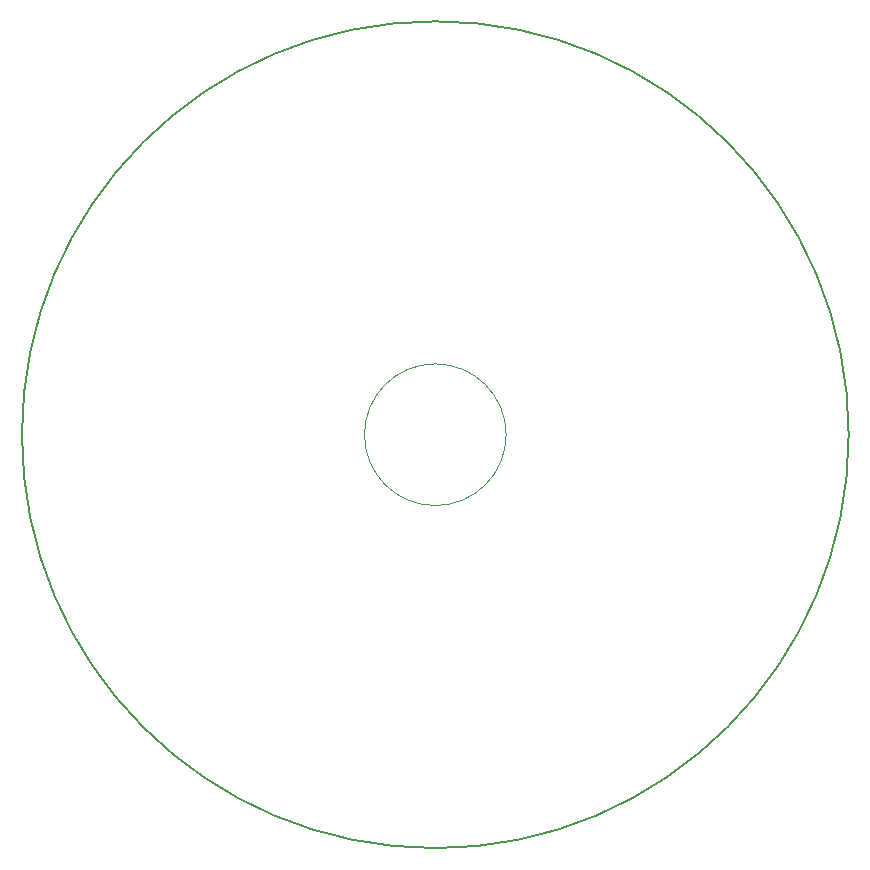
<source format=gko>
%TF.GenerationSoftware,KiCad,Pcbnew,(5.0.1)-3*%
%TF.CreationDate,2018-12-01T13:50:15+01:00*%
%TF.ProjectId,CastVolumeKnob,43617374566F6C756D654B6E6F622E6B,rev?*%
%TF.SameCoordinates,PX853a720PY5faea10*%
%TF.FileFunction,Profile,NP*%
%FSLAX46Y46*%
G04 Gerber Fmt 4.6, Leading zero omitted, Abs format (unit mm)*
G04 Created by KiCad (PCBNEW (5.0.1)-3) date 01/12/2018 13:50:15*
%MOMM*%
%LPD*%
G01*
G04 APERTURE LIST*
%ADD10C,0.100000*%
%ADD11C,0.200000*%
G04 APERTURE END LIST*
D10*
X6000000Y0D02*
G75*
G03X6000000Y0I-6000000J0D01*
G01*
D11*
X35000000Y0D02*
G75*
G03X35000000Y0I-35000000J0D01*
G01*
M02*

</source>
